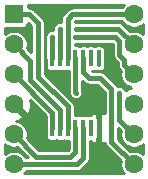
<source format=gbr>
G04 #@! TF.GenerationSoftware,KiCad,Pcbnew,(5.1.5)-3*
G04 #@! TF.CreationDate,2020-05-06T05:02:29-04:00*
G04 #@! TF.ProjectId,pi1541translator,70693135-3431-4747-9261-6e736c61746f,rev?*
G04 #@! TF.SameCoordinates,Original*
G04 #@! TF.FileFunction,Copper,L1,Top*
G04 #@! TF.FilePolarity,Positive*
%FSLAX46Y46*%
G04 Gerber Fmt 4.6, Leading zero omitted, Abs format (unit mm)*
G04 Created by KiCad (PCBNEW (5.1.5)-3) date 2020-05-06 05:02:29*
%MOMM*%
%LPD*%
G04 APERTURE LIST*
%ADD10R,0.450000X1.450000*%
%ADD11R,1.600000X1.600000*%
%ADD12C,1.600000*%
%ADD13C,0.350000*%
%ADD14C,0.450000*%
%ADD15C,0.234000*%
G04 APERTURE END LIST*
D10*
X147529000Y-52607000D03*
X148179000Y-52607000D03*
X148829000Y-52607000D03*
X149479000Y-52607000D03*
X150129000Y-52607000D03*
X150779000Y-52607000D03*
X151429000Y-52607000D03*
X151429000Y-46707000D03*
X150779000Y-46707000D03*
X150129000Y-46707000D03*
X149479000Y-46707000D03*
X148829000Y-46707000D03*
X148179000Y-46707000D03*
X147529000Y-46707000D03*
D11*
X144268501Y-42986001D03*
D12*
X144268501Y-45526001D03*
X144268501Y-48066001D03*
X144268501Y-50606001D03*
X144268501Y-53146001D03*
X144268501Y-55686001D03*
X154428501Y-55686001D03*
X154428501Y-53146001D03*
X154428501Y-50606001D03*
X154428501Y-48066001D03*
X154428501Y-45526001D03*
X154428501Y-42986001D03*
D13*
X151447500Y-47244000D03*
X151447500Y-52070000D03*
X145796000Y-42291000D03*
X153035000Y-42291000D03*
X153098500Y-56388000D03*
X145605500Y-56388000D03*
X145605500Y-44386500D03*
X152654000Y-47688500D03*
X155003500Y-54419500D03*
X143700500Y-54419500D03*
X155194000Y-44259500D03*
X153203500Y-49615500D03*
X149501000Y-49615500D03*
X149485513Y-44196000D03*
X148145500Y-44196000D03*
X149479000Y-44894500D03*
X147510500Y-44894500D03*
D14*
X147529000Y-51326500D02*
X147529000Y-52607000D01*
X144268501Y-48066001D02*
X147529000Y-51326500D01*
X144268501Y-45526001D02*
X145652376Y-46909876D01*
X145652376Y-46909876D02*
X145652376Y-48530624D01*
X148179000Y-51057248D02*
X148179000Y-52607000D01*
X145652376Y-48530624D02*
X148179000Y-51057248D01*
X145518501Y-42986001D02*
X146302386Y-43769886D01*
X144268501Y-42986001D02*
X145518501Y-42986001D01*
X146302386Y-43769886D02*
X146302386Y-48261382D01*
X148829000Y-50787996D02*
X148829000Y-52607000D01*
X146302386Y-48261382D02*
X148829000Y-50787996D01*
X144268501Y-53146001D02*
X146158491Y-55035991D01*
X146158491Y-55035991D02*
X149053009Y-55035991D01*
X149479000Y-54610000D02*
X149479000Y-52607000D01*
X149053009Y-55035991D02*
X149479000Y-54610000D01*
X144268501Y-55686001D02*
X149602501Y-55686001D01*
X150129000Y-55159502D02*
X150129000Y-52607000D01*
X149602501Y-55686001D02*
X150129000Y-55159502D01*
X150129000Y-47882000D02*
X150129000Y-46707000D01*
X154428501Y-55686001D02*
X152527000Y-53784500D01*
X152527000Y-49339500D02*
X151574500Y-48387000D01*
X152527000Y-53784500D02*
X152527000Y-49339500D01*
X151574500Y-48387000D02*
X150634000Y-48387000D01*
X150634000Y-48387000D02*
X150129000Y-47882000D01*
X153203500Y-51921000D02*
X153203500Y-49615500D01*
X154428501Y-53146001D02*
X153203500Y-51921000D01*
X153203500Y-49615500D02*
X153203500Y-49615500D01*
X149479000Y-49593500D02*
X149479000Y-46707000D01*
X149501000Y-49615500D02*
X149479000Y-49593500D01*
X148829000Y-43385500D02*
X148829000Y-46707000D01*
X149225000Y-42989500D02*
X148829000Y-43385500D01*
X153293632Y-42989500D02*
X149225000Y-42989500D01*
X154428501Y-42986001D02*
X153297131Y-42986001D01*
X153297131Y-42986001D02*
X153293632Y-42989500D01*
X148179000Y-44229500D02*
X148179000Y-46707000D01*
X148145500Y-44196000D02*
X148179000Y-44229500D01*
X153098500Y-44196000D02*
X149485513Y-44196000D01*
X154428501Y-45526001D02*
X153098500Y-44196000D01*
X153628502Y-47266002D02*
X153628502Y-46821502D01*
X154428501Y-48066001D02*
X153628502Y-47266002D01*
X153628502Y-46821502D02*
X153203500Y-46396500D01*
X153203500Y-45253500D02*
X152844500Y-44894500D01*
X153203500Y-46396500D02*
X153203500Y-45253500D01*
X152844500Y-44894500D02*
X149479000Y-44894500D01*
X149479000Y-44894500D02*
X149479000Y-44894500D01*
X147510500Y-46688500D02*
X147529000Y-46707000D01*
X147510500Y-44894500D02*
X147510500Y-46688500D01*
D15*
G36*
X153534461Y-42252281D02*
G01*
X153429076Y-42410001D01*
X153325417Y-42410001D01*
X153297130Y-42407215D01*
X153268843Y-42410001D01*
X153268833Y-42410001D01*
X153233306Y-42413500D01*
X149253298Y-42413500D01*
X149225000Y-42410713D01*
X149196702Y-42413500D01*
X149112084Y-42421834D01*
X149003508Y-42454771D01*
X148903443Y-42508256D01*
X148841979Y-42558699D01*
X148815736Y-42580236D01*
X148797698Y-42602215D01*
X148441719Y-42958195D01*
X148419736Y-42976236D01*
X148347756Y-43063944D01*
X148294271Y-43164009D01*
X148261334Y-43272585D01*
X148253000Y-43357203D01*
X148253000Y-43357210D01*
X148250214Y-43385500D01*
X148253000Y-43413790D01*
X148253000Y-43627801D01*
X148145500Y-43617214D01*
X148032585Y-43628334D01*
X147924008Y-43661272D01*
X147823944Y-43714756D01*
X147736236Y-43786736D01*
X147664256Y-43874444D01*
X147610772Y-43974508D01*
X147577834Y-44083085D01*
X147566714Y-44196000D01*
X147577834Y-44308915D01*
X147582034Y-44322758D01*
X147510500Y-44315713D01*
X147397584Y-44326834D01*
X147289008Y-44359771D01*
X147188943Y-44413256D01*
X147101236Y-44485236D01*
X147029256Y-44572944D01*
X146975771Y-44673009D01*
X146942834Y-44781585D01*
X146934500Y-44866203D01*
X146934501Y-46660200D01*
X146931714Y-46688500D01*
X146942834Y-46801415D01*
X146951302Y-46829329D01*
X146951302Y-47432000D01*
X146958079Y-47500808D01*
X146978150Y-47566972D01*
X147010742Y-47627949D01*
X147054605Y-47681395D01*
X147108051Y-47725258D01*
X147169028Y-47757850D01*
X147235192Y-47777921D01*
X147304000Y-47784698D01*
X147754000Y-47784698D01*
X147822808Y-47777921D01*
X147854000Y-47768459D01*
X147885192Y-47777921D01*
X147954000Y-47784698D01*
X148404000Y-47784698D01*
X148472808Y-47777921D01*
X148504000Y-47768459D01*
X148535192Y-47777921D01*
X148604000Y-47784698D01*
X148903001Y-47784698D01*
X148903000Y-49565210D01*
X148900214Y-49593500D01*
X148903000Y-49621790D01*
X148903000Y-49621797D01*
X148911334Y-49706415D01*
X148944271Y-49814991D01*
X148997756Y-49915056D01*
X149069736Y-50002764D01*
X149091720Y-50020806D01*
X149113717Y-50042803D01*
X149179444Y-50096744D01*
X149279509Y-50150229D01*
X149388085Y-50183166D01*
X149501000Y-50194286D01*
X149613915Y-50183166D01*
X149722492Y-50150229D01*
X149822557Y-50096744D01*
X149910264Y-50024764D01*
X149982244Y-49937057D01*
X150035729Y-49836992D01*
X150068666Y-49728415D01*
X150079786Y-49615500D01*
X150068666Y-49502585D01*
X150055000Y-49457535D01*
X150055000Y-48622587D01*
X150206696Y-48774283D01*
X150224736Y-48796264D01*
X150312443Y-48868244D01*
X150412508Y-48921729D01*
X150521084Y-48954666D01*
X150605702Y-48963000D01*
X150605710Y-48963000D01*
X150634000Y-48965786D01*
X150662290Y-48963000D01*
X151335914Y-48963000D01*
X151951001Y-49578088D01*
X151951001Y-51332001D01*
X151905265Y-51306431D01*
X151788149Y-51268471D01*
X151693250Y-51257000D01*
X151537000Y-51413250D01*
X151537000Y-52470000D01*
X151586000Y-52470000D01*
X151586000Y-52744000D01*
X151537000Y-52744000D01*
X151537000Y-53800750D01*
X151693250Y-53957000D01*
X151788149Y-53945529D01*
X151905265Y-53907569D01*
X151957460Y-53878388D01*
X151959334Y-53897415D01*
X151992271Y-54005991D01*
X152045756Y-54106056D01*
X152117736Y-54193764D01*
X152139720Y-54211806D01*
X153314507Y-55386594D01*
X153277501Y-55572637D01*
X153277501Y-55799365D01*
X153321733Y-56021735D01*
X153408498Y-56231204D01*
X153534461Y-56419721D01*
X153571240Y-56456500D01*
X145125762Y-56456500D01*
X145162541Y-56419721D01*
X145267926Y-56262001D01*
X149574211Y-56262001D01*
X149602501Y-56264787D01*
X149630791Y-56262001D01*
X149630799Y-56262001D01*
X149715417Y-56253667D01*
X149823993Y-56220730D01*
X149924058Y-56167245D01*
X150011765Y-56095265D01*
X150029807Y-56073281D01*
X150516286Y-55586803D01*
X150538264Y-55568766D01*
X150610244Y-55481059D01*
X150663729Y-55380994D01*
X150696666Y-55272418D01*
X150705000Y-55187800D01*
X150705000Y-55187793D01*
X150707786Y-55159503D01*
X150705000Y-55131213D01*
X150705000Y-53708576D01*
X150751601Y-53767602D01*
X150845275Y-53847491D01*
X150952735Y-53907569D01*
X151069851Y-53945529D01*
X151164750Y-53957000D01*
X151321000Y-53800750D01*
X151321000Y-53483530D01*
X151329850Y-53466972D01*
X151349921Y-53400808D01*
X151356698Y-53332000D01*
X151356698Y-51882000D01*
X151349921Y-51813192D01*
X151329850Y-51747028D01*
X151321000Y-51730470D01*
X151321000Y-51413250D01*
X151164750Y-51257000D01*
X151069851Y-51268471D01*
X150952735Y-51306431D01*
X150845275Y-51366509D01*
X150751601Y-51446398D01*
X150686148Y-51529302D01*
X150554000Y-51529302D01*
X150485192Y-51536079D01*
X150454000Y-51545541D01*
X150422808Y-51536079D01*
X150354000Y-51529302D01*
X149904000Y-51529302D01*
X149835192Y-51536079D01*
X149804000Y-51545541D01*
X149772808Y-51536079D01*
X149704000Y-51529302D01*
X149405000Y-51529302D01*
X149405000Y-50816286D01*
X149407786Y-50787996D01*
X149405000Y-50759706D01*
X149405000Y-50759698D01*
X149396666Y-50675080D01*
X149363729Y-50566504D01*
X149310244Y-50466439D01*
X149265775Y-50412254D01*
X149256303Y-50400712D01*
X149256301Y-50400710D01*
X149238264Y-50378732D01*
X149216287Y-50360696D01*
X146878386Y-48022796D01*
X146878386Y-43798176D01*
X146881172Y-43769886D01*
X146878386Y-43741596D01*
X146878386Y-43741588D01*
X146870052Y-43656970D01*
X146837115Y-43548394D01*
X146783630Y-43448329D01*
X146711650Y-43360622D01*
X146689673Y-43342586D01*
X145945807Y-42598721D01*
X145927765Y-42576737D01*
X145840058Y-42504757D01*
X145739993Y-42451272D01*
X145631417Y-42418335D01*
X145546799Y-42410001D01*
X145546791Y-42410001D01*
X145518501Y-42407215D01*
X145490211Y-42410001D01*
X145421199Y-42410001D01*
X145421199Y-42222500D01*
X153564242Y-42222500D01*
X153534461Y-42252281D01*
G37*
X153534461Y-42252281D02*
X153429076Y-42410001D01*
X153325417Y-42410001D01*
X153297130Y-42407215D01*
X153268843Y-42410001D01*
X153268833Y-42410001D01*
X153233306Y-42413500D01*
X149253298Y-42413500D01*
X149225000Y-42410713D01*
X149196702Y-42413500D01*
X149112084Y-42421834D01*
X149003508Y-42454771D01*
X148903443Y-42508256D01*
X148841979Y-42558699D01*
X148815736Y-42580236D01*
X148797698Y-42602215D01*
X148441719Y-42958195D01*
X148419736Y-42976236D01*
X148347756Y-43063944D01*
X148294271Y-43164009D01*
X148261334Y-43272585D01*
X148253000Y-43357203D01*
X148253000Y-43357210D01*
X148250214Y-43385500D01*
X148253000Y-43413790D01*
X148253000Y-43627801D01*
X148145500Y-43617214D01*
X148032585Y-43628334D01*
X147924008Y-43661272D01*
X147823944Y-43714756D01*
X147736236Y-43786736D01*
X147664256Y-43874444D01*
X147610772Y-43974508D01*
X147577834Y-44083085D01*
X147566714Y-44196000D01*
X147577834Y-44308915D01*
X147582034Y-44322758D01*
X147510500Y-44315713D01*
X147397584Y-44326834D01*
X147289008Y-44359771D01*
X147188943Y-44413256D01*
X147101236Y-44485236D01*
X147029256Y-44572944D01*
X146975771Y-44673009D01*
X146942834Y-44781585D01*
X146934500Y-44866203D01*
X146934501Y-46660200D01*
X146931714Y-46688500D01*
X146942834Y-46801415D01*
X146951302Y-46829329D01*
X146951302Y-47432000D01*
X146958079Y-47500808D01*
X146978150Y-47566972D01*
X147010742Y-47627949D01*
X147054605Y-47681395D01*
X147108051Y-47725258D01*
X147169028Y-47757850D01*
X147235192Y-47777921D01*
X147304000Y-47784698D01*
X147754000Y-47784698D01*
X147822808Y-47777921D01*
X147854000Y-47768459D01*
X147885192Y-47777921D01*
X147954000Y-47784698D01*
X148404000Y-47784698D01*
X148472808Y-47777921D01*
X148504000Y-47768459D01*
X148535192Y-47777921D01*
X148604000Y-47784698D01*
X148903001Y-47784698D01*
X148903000Y-49565210D01*
X148900214Y-49593500D01*
X148903000Y-49621790D01*
X148903000Y-49621797D01*
X148911334Y-49706415D01*
X148944271Y-49814991D01*
X148997756Y-49915056D01*
X149069736Y-50002764D01*
X149091720Y-50020806D01*
X149113717Y-50042803D01*
X149179444Y-50096744D01*
X149279509Y-50150229D01*
X149388085Y-50183166D01*
X149501000Y-50194286D01*
X149613915Y-50183166D01*
X149722492Y-50150229D01*
X149822557Y-50096744D01*
X149910264Y-50024764D01*
X149982244Y-49937057D01*
X150035729Y-49836992D01*
X150068666Y-49728415D01*
X150079786Y-49615500D01*
X150068666Y-49502585D01*
X150055000Y-49457535D01*
X150055000Y-48622587D01*
X150206696Y-48774283D01*
X150224736Y-48796264D01*
X150312443Y-48868244D01*
X150412508Y-48921729D01*
X150521084Y-48954666D01*
X150605702Y-48963000D01*
X150605710Y-48963000D01*
X150634000Y-48965786D01*
X150662290Y-48963000D01*
X151335914Y-48963000D01*
X151951001Y-49578088D01*
X151951001Y-51332001D01*
X151905265Y-51306431D01*
X151788149Y-51268471D01*
X151693250Y-51257000D01*
X151537000Y-51413250D01*
X151537000Y-52470000D01*
X151586000Y-52470000D01*
X151586000Y-52744000D01*
X151537000Y-52744000D01*
X151537000Y-53800750D01*
X151693250Y-53957000D01*
X151788149Y-53945529D01*
X151905265Y-53907569D01*
X151957460Y-53878388D01*
X151959334Y-53897415D01*
X151992271Y-54005991D01*
X152045756Y-54106056D01*
X152117736Y-54193764D01*
X152139720Y-54211806D01*
X153314507Y-55386594D01*
X153277501Y-55572637D01*
X153277501Y-55799365D01*
X153321733Y-56021735D01*
X153408498Y-56231204D01*
X153534461Y-56419721D01*
X153571240Y-56456500D01*
X145125762Y-56456500D01*
X145162541Y-56419721D01*
X145267926Y-56262001D01*
X149574211Y-56262001D01*
X149602501Y-56264787D01*
X149630791Y-56262001D01*
X149630799Y-56262001D01*
X149715417Y-56253667D01*
X149823993Y-56220730D01*
X149924058Y-56167245D01*
X150011765Y-56095265D01*
X150029807Y-56073281D01*
X150516286Y-55586803D01*
X150538264Y-55568766D01*
X150610244Y-55481059D01*
X150663729Y-55380994D01*
X150696666Y-55272418D01*
X150705000Y-55187800D01*
X150705000Y-55187793D01*
X150707786Y-55159503D01*
X150705000Y-55131213D01*
X150705000Y-53708576D01*
X150751601Y-53767602D01*
X150845275Y-53847491D01*
X150952735Y-53907569D01*
X151069851Y-53945529D01*
X151164750Y-53957000D01*
X151321000Y-53800750D01*
X151321000Y-53483530D01*
X151329850Y-53466972D01*
X151349921Y-53400808D01*
X151356698Y-53332000D01*
X151356698Y-51882000D01*
X151349921Y-51813192D01*
X151329850Y-51747028D01*
X151321000Y-51730470D01*
X151321000Y-51413250D01*
X151164750Y-51257000D01*
X151069851Y-51268471D01*
X150952735Y-51306431D01*
X150845275Y-51366509D01*
X150751601Y-51446398D01*
X150686148Y-51529302D01*
X150554000Y-51529302D01*
X150485192Y-51536079D01*
X150454000Y-51545541D01*
X150422808Y-51536079D01*
X150354000Y-51529302D01*
X149904000Y-51529302D01*
X149835192Y-51536079D01*
X149804000Y-51545541D01*
X149772808Y-51536079D01*
X149704000Y-51529302D01*
X149405000Y-51529302D01*
X149405000Y-50816286D01*
X149407786Y-50787996D01*
X149405000Y-50759706D01*
X149405000Y-50759698D01*
X149396666Y-50675080D01*
X149363729Y-50566504D01*
X149310244Y-50466439D01*
X149265775Y-50412254D01*
X149256303Y-50400712D01*
X149256301Y-50400710D01*
X149238264Y-50378732D01*
X149216287Y-50360696D01*
X146878386Y-48022796D01*
X146878386Y-43798176D01*
X146881172Y-43769886D01*
X146878386Y-43741596D01*
X146878386Y-43741588D01*
X146870052Y-43656970D01*
X146837115Y-43548394D01*
X146783630Y-43448329D01*
X146711650Y-43360622D01*
X146689673Y-43342586D01*
X145945807Y-42598721D01*
X145927765Y-42576737D01*
X145840058Y-42504757D01*
X145739993Y-42451272D01*
X145631417Y-42418335D01*
X145546799Y-42410001D01*
X145546791Y-42410001D01*
X145518501Y-42407215D01*
X145490211Y-42410001D01*
X145421199Y-42410001D01*
X145421199Y-42222500D01*
X153564242Y-42222500D01*
X153534461Y-42252281D01*
G36*
X143534781Y-54040041D02*
G01*
X143723298Y-54166004D01*
X143932767Y-54252769D01*
X144155137Y-54297001D01*
X144381865Y-54297001D01*
X144567908Y-54259995D01*
X145417914Y-55110001D01*
X145267926Y-55110001D01*
X145162541Y-54952281D01*
X145002221Y-54791961D01*
X144813704Y-54665998D01*
X144604235Y-54579233D01*
X144381865Y-54535001D01*
X144155137Y-54535001D01*
X143932767Y-54579233D01*
X143723298Y-54665998D01*
X143534781Y-54791961D01*
X143505000Y-54821742D01*
X143505000Y-54010260D01*
X143534781Y-54040041D01*
G37*
X143534781Y-54040041D02*
X143723298Y-54166004D01*
X143932767Y-54252769D01*
X144155137Y-54297001D01*
X144381865Y-54297001D01*
X144567908Y-54259995D01*
X145417914Y-55110001D01*
X145267926Y-55110001D01*
X145162541Y-54952281D01*
X145002221Y-54791961D01*
X144813704Y-54665998D01*
X144604235Y-54579233D01*
X144381865Y-54535001D01*
X144155137Y-54535001D01*
X143932767Y-54579233D01*
X143723298Y-54665998D01*
X143534781Y-54791961D01*
X143505000Y-54821742D01*
X143505000Y-54010260D01*
X143534781Y-54040041D01*
G36*
X153314507Y-52846594D02*
G01*
X153277501Y-53032637D01*
X153277501Y-53259365D01*
X153321733Y-53481735D01*
X153408498Y-53691204D01*
X153534461Y-53879721D01*
X153694781Y-54040041D01*
X153883298Y-54166004D01*
X154092767Y-54252769D01*
X154315137Y-54297001D01*
X154541865Y-54297001D01*
X154764235Y-54252769D01*
X154973704Y-54166004D01*
X155162221Y-54040041D01*
X155199001Y-54003261D01*
X155199001Y-54828741D01*
X155162221Y-54791961D01*
X154973704Y-54665998D01*
X154764235Y-54579233D01*
X154541865Y-54535001D01*
X154315137Y-54535001D01*
X154129094Y-54572007D01*
X153103000Y-53545914D01*
X153103000Y-52635086D01*
X153314507Y-52846594D01*
G37*
X153314507Y-52846594D02*
X153277501Y-53032637D01*
X153277501Y-53259365D01*
X153321733Y-53481735D01*
X153408498Y-53691204D01*
X153534461Y-53879721D01*
X153694781Y-54040041D01*
X153883298Y-54166004D01*
X154092767Y-54252769D01*
X154315137Y-54297001D01*
X154541865Y-54297001D01*
X154764235Y-54252769D01*
X154973704Y-54166004D01*
X155162221Y-54040041D01*
X155199001Y-54003261D01*
X155199001Y-54828741D01*
X155162221Y-54791961D01*
X154973704Y-54665998D01*
X154764235Y-54579233D01*
X154541865Y-54535001D01*
X154315137Y-54535001D01*
X154129094Y-54572007D01*
X153103000Y-53545914D01*
X153103000Y-52635086D01*
X153314507Y-52846594D01*
G36*
X146953000Y-51565087D02*
G01*
X146953000Y-51864756D01*
X146951302Y-51882000D01*
X146951302Y-53332000D01*
X146958079Y-53400808D01*
X146978150Y-53466972D01*
X147010742Y-53527949D01*
X147054605Y-53581395D01*
X147108051Y-53625258D01*
X147169028Y-53657850D01*
X147235192Y-53677921D01*
X147304000Y-53684698D01*
X147754000Y-53684698D01*
X147822808Y-53677921D01*
X147854000Y-53668459D01*
X147885192Y-53677921D01*
X147954000Y-53684698D01*
X148404000Y-53684698D01*
X148472808Y-53677921D01*
X148504000Y-53668459D01*
X148535192Y-53677921D01*
X148604000Y-53684698D01*
X148903000Y-53684698D01*
X148903000Y-54371413D01*
X148814423Y-54459991D01*
X146397078Y-54459991D01*
X145382495Y-53445408D01*
X145419501Y-53259365D01*
X145419501Y-53032637D01*
X145375269Y-52810267D01*
X145288504Y-52600798D01*
X145162541Y-52412281D01*
X145002221Y-52251961D01*
X144813704Y-52125998D01*
X144604235Y-52039233D01*
X144482030Y-52014925D01*
X144626784Y-51992347D01*
X144890363Y-51895811D01*
X144995451Y-51839640D01*
X145068428Y-51599675D01*
X144268501Y-50799748D01*
X144254359Y-50813891D01*
X144060612Y-50620144D01*
X144074754Y-50606001D01*
X144060612Y-50591859D01*
X144254359Y-50398112D01*
X144268501Y-50412254D01*
X144282644Y-50398112D01*
X144476391Y-50591859D01*
X144462248Y-50606001D01*
X145262175Y-51405928D01*
X145502140Y-51332951D01*
X145620257Y-51078312D01*
X145686427Y-50805522D01*
X145698106Y-50525065D01*
X145658398Y-50270485D01*
X146953000Y-51565087D01*
G37*
X146953000Y-51565087D02*
X146953000Y-51864756D01*
X146951302Y-51882000D01*
X146951302Y-53332000D01*
X146958079Y-53400808D01*
X146978150Y-53466972D01*
X147010742Y-53527949D01*
X147054605Y-53581395D01*
X147108051Y-53625258D01*
X147169028Y-53657850D01*
X147235192Y-53677921D01*
X147304000Y-53684698D01*
X147754000Y-53684698D01*
X147822808Y-53677921D01*
X147854000Y-53668459D01*
X147885192Y-53677921D01*
X147954000Y-53684698D01*
X148404000Y-53684698D01*
X148472808Y-53677921D01*
X148504000Y-53668459D01*
X148535192Y-53677921D01*
X148604000Y-53684698D01*
X148903000Y-53684698D01*
X148903000Y-54371413D01*
X148814423Y-54459991D01*
X146397078Y-54459991D01*
X145382495Y-53445408D01*
X145419501Y-53259365D01*
X145419501Y-53032637D01*
X145375269Y-52810267D01*
X145288504Y-52600798D01*
X145162541Y-52412281D01*
X145002221Y-52251961D01*
X144813704Y-52125998D01*
X144604235Y-52039233D01*
X144482030Y-52014925D01*
X144626784Y-51992347D01*
X144890363Y-51895811D01*
X144995451Y-51839640D01*
X145068428Y-51599675D01*
X144268501Y-50799748D01*
X144254359Y-50813891D01*
X144060612Y-50620144D01*
X144074754Y-50606001D01*
X144060612Y-50591859D01*
X144254359Y-50398112D01*
X144268501Y-50412254D01*
X144282644Y-50398112D01*
X144476391Y-50591859D01*
X144462248Y-50606001D01*
X145262175Y-51405928D01*
X145502140Y-51332951D01*
X145620257Y-51078312D01*
X145686427Y-50805522D01*
X145698106Y-50525065D01*
X145658398Y-50270485D01*
X146953000Y-51565087D01*
G36*
X154636391Y-50591859D02*
G01*
X154622248Y-50606001D01*
X154636391Y-50620144D01*
X154442644Y-50813891D01*
X154428501Y-50799748D01*
X154414359Y-50813891D01*
X154220612Y-50620144D01*
X154234754Y-50606001D01*
X154220612Y-50591859D01*
X154414359Y-50398112D01*
X154428501Y-50412254D01*
X154442644Y-50398112D01*
X154636391Y-50591859D01*
G37*
X154636391Y-50591859D02*
X154622248Y-50606001D01*
X154636391Y-50620144D01*
X154442644Y-50813891D01*
X154428501Y-50799748D01*
X154414359Y-50813891D01*
X154220612Y-50620144D01*
X154234754Y-50606001D01*
X154220612Y-50591859D01*
X154414359Y-50398112D01*
X154428501Y-50412254D01*
X154442644Y-50398112D01*
X154636391Y-50591859D01*
G36*
X149450702Y-45470500D02*
G01*
X152605914Y-45470500D01*
X152627501Y-45492087D01*
X152627500Y-46368210D01*
X152624714Y-46396500D01*
X152627500Y-46424790D01*
X152627500Y-46424797D01*
X152635834Y-46509415D01*
X152668771Y-46617991D01*
X152722256Y-46718056D01*
X152794236Y-46805764D01*
X152816219Y-46823806D01*
X153052502Y-47060089D01*
X153052502Y-47237712D01*
X153049716Y-47266002D01*
X153052502Y-47294292D01*
X153052502Y-47294299D01*
X153060836Y-47378917D01*
X153093773Y-47487493D01*
X153147258Y-47587558D01*
X153219238Y-47675266D01*
X153241222Y-47693308D01*
X153314507Y-47766593D01*
X153277501Y-47952637D01*
X153277501Y-48179365D01*
X153321733Y-48401735D01*
X153408498Y-48611204D01*
X153534461Y-48799721D01*
X153694781Y-48960041D01*
X153883298Y-49086004D01*
X154092767Y-49172769D01*
X154214972Y-49197077D01*
X154070218Y-49219655D01*
X153806639Y-49316191D01*
X153721080Y-49361924D01*
X153684744Y-49293943D01*
X153612764Y-49206236D01*
X153525057Y-49134256D01*
X153424992Y-49080771D01*
X153316416Y-49047834D01*
X153231798Y-49039500D01*
X153203500Y-49036713D01*
X153175203Y-49039500D01*
X153175202Y-49039500D01*
X153090584Y-49047834D01*
X153033480Y-49065157D01*
X153008244Y-49017943D01*
X152936264Y-48930236D01*
X152914285Y-48912198D01*
X152001806Y-47999720D01*
X151983764Y-47977736D01*
X151896057Y-47905756D01*
X151795992Y-47852271D01*
X151687416Y-47819334D01*
X151602798Y-47811000D01*
X151602790Y-47811000D01*
X151574500Y-47808214D01*
X151546210Y-47811000D01*
X150872587Y-47811000D01*
X150846285Y-47784698D01*
X151004000Y-47784698D01*
X151072808Y-47777921D01*
X151104000Y-47768459D01*
X151135192Y-47777921D01*
X151204000Y-47784698D01*
X151654000Y-47784698D01*
X151722808Y-47777921D01*
X151788972Y-47757850D01*
X151849949Y-47725258D01*
X151903395Y-47681395D01*
X151947258Y-47627949D01*
X151979850Y-47566972D01*
X151999921Y-47500808D01*
X152006698Y-47432000D01*
X152006698Y-45982000D01*
X151999921Y-45913192D01*
X151979850Y-45847028D01*
X151947258Y-45786051D01*
X151903395Y-45732605D01*
X151849949Y-45688742D01*
X151788972Y-45656150D01*
X151722808Y-45636079D01*
X151654000Y-45629302D01*
X151204000Y-45629302D01*
X151135192Y-45636079D01*
X151104000Y-45645541D01*
X151072808Y-45636079D01*
X151004000Y-45629302D01*
X150554000Y-45629302D01*
X150485192Y-45636079D01*
X150454000Y-45645541D01*
X150422808Y-45636079D01*
X150354000Y-45629302D01*
X149904000Y-45629302D01*
X149835192Y-45636079D01*
X149804000Y-45645541D01*
X149772808Y-45636079D01*
X149704000Y-45629302D01*
X149405000Y-45629302D01*
X149405000Y-45465999D01*
X149450702Y-45470500D01*
G37*
X149450702Y-45470500D02*
X152605914Y-45470500D01*
X152627501Y-45492087D01*
X152627500Y-46368210D01*
X152624714Y-46396500D01*
X152627500Y-46424790D01*
X152627500Y-46424797D01*
X152635834Y-46509415D01*
X152668771Y-46617991D01*
X152722256Y-46718056D01*
X152794236Y-46805764D01*
X152816219Y-46823806D01*
X153052502Y-47060089D01*
X153052502Y-47237712D01*
X153049716Y-47266002D01*
X153052502Y-47294292D01*
X153052502Y-47294299D01*
X153060836Y-47378917D01*
X153093773Y-47487493D01*
X153147258Y-47587558D01*
X153219238Y-47675266D01*
X153241222Y-47693308D01*
X153314507Y-47766593D01*
X153277501Y-47952637D01*
X153277501Y-48179365D01*
X153321733Y-48401735D01*
X153408498Y-48611204D01*
X153534461Y-48799721D01*
X153694781Y-48960041D01*
X153883298Y-49086004D01*
X154092767Y-49172769D01*
X154214972Y-49197077D01*
X154070218Y-49219655D01*
X153806639Y-49316191D01*
X153721080Y-49361924D01*
X153684744Y-49293943D01*
X153612764Y-49206236D01*
X153525057Y-49134256D01*
X153424992Y-49080771D01*
X153316416Y-49047834D01*
X153231798Y-49039500D01*
X153203500Y-49036713D01*
X153175203Y-49039500D01*
X153175202Y-49039500D01*
X153090584Y-49047834D01*
X153033480Y-49065157D01*
X153008244Y-49017943D01*
X152936264Y-48930236D01*
X152914285Y-48912198D01*
X152001806Y-47999720D01*
X151983764Y-47977736D01*
X151896057Y-47905756D01*
X151795992Y-47852271D01*
X151687416Y-47819334D01*
X151602798Y-47811000D01*
X151602790Y-47811000D01*
X151574500Y-47808214D01*
X151546210Y-47811000D01*
X150872587Y-47811000D01*
X150846285Y-47784698D01*
X151004000Y-47784698D01*
X151072808Y-47777921D01*
X151104000Y-47768459D01*
X151135192Y-47777921D01*
X151204000Y-47784698D01*
X151654000Y-47784698D01*
X151722808Y-47777921D01*
X151788972Y-47757850D01*
X151849949Y-47725258D01*
X151903395Y-47681395D01*
X151947258Y-47627949D01*
X151979850Y-47566972D01*
X151999921Y-47500808D01*
X152006698Y-47432000D01*
X152006698Y-45982000D01*
X151999921Y-45913192D01*
X151979850Y-45847028D01*
X151947258Y-45786051D01*
X151903395Y-45732605D01*
X151849949Y-45688742D01*
X151788972Y-45656150D01*
X151722808Y-45636079D01*
X151654000Y-45629302D01*
X151204000Y-45629302D01*
X151135192Y-45636079D01*
X151104000Y-45645541D01*
X151072808Y-45636079D01*
X151004000Y-45629302D01*
X150554000Y-45629302D01*
X150485192Y-45636079D01*
X150454000Y-45645541D01*
X150422808Y-45636079D01*
X150354000Y-45629302D01*
X149904000Y-45629302D01*
X149835192Y-45636079D01*
X149804000Y-45645541D01*
X149772808Y-45636079D01*
X149704000Y-45629302D01*
X149405000Y-45629302D01*
X149405000Y-45465999D01*
X149450702Y-45470500D01*
G36*
X145726386Y-44008473D02*
G01*
X145726387Y-46169300D01*
X145382495Y-45825408D01*
X145419501Y-45639365D01*
X145419501Y-45412637D01*
X145375269Y-45190267D01*
X145288504Y-44980798D01*
X145162541Y-44792281D01*
X145002221Y-44631961D01*
X144813704Y-44505998D01*
X144604235Y-44419233D01*
X144381865Y-44375001D01*
X144155137Y-44375001D01*
X143932767Y-44419233D01*
X143723298Y-44505998D01*
X143534781Y-44631961D01*
X143505000Y-44661742D01*
X143505000Y-44138699D01*
X145068501Y-44138699D01*
X145137309Y-44131922D01*
X145203473Y-44111851D01*
X145264450Y-44079259D01*
X145317896Y-44035396D01*
X145361759Y-43981950D01*
X145394351Y-43920973D01*
X145414422Y-43854809D01*
X145421199Y-43786001D01*
X145421199Y-43703285D01*
X145726386Y-44008473D01*
G37*
X145726386Y-44008473D02*
X145726387Y-46169300D01*
X145382495Y-45825408D01*
X145419501Y-45639365D01*
X145419501Y-45412637D01*
X145375269Y-45190267D01*
X145288504Y-44980798D01*
X145162541Y-44792281D01*
X145002221Y-44631961D01*
X144813704Y-44505998D01*
X144604235Y-44419233D01*
X144381865Y-44375001D01*
X144155137Y-44375001D01*
X143932767Y-44419233D01*
X143723298Y-44505998D01*
X143534781Y-44631961D01*
X143505000Y-44661742D01*
X143505000Y-44138699D01*
X145068501Y-44138699D01*
X145137309Y-44131922D01*
X145203473Y-44111851D01*
X145264450Y-44079259D01*
X145317896Y-44035396D01*
X145361759Y-43981950D01*
X145394351Y-43920973D01*
X145414422Y-43854809D01*
X145421199Y-43786001D01*
X145421199Y-43703285D01*
X145726386Y-44008473D01*
G36*
X153534461Y-43719721D02*
G01*
X153694781Y-43880041D01*
X153883298Y-44006004D01*
X154092767Y-44092769D01*
X154315137Y-44137001D01*
X154541865Y-44137001D01*
X154764235Y-44092769D01*
X154973704Y-44006004D01*
X155162221Y-43880041D01*
X155199000Y-43843262D01*
X155199000Y-44668740D01*
X155162221Y-44631961D01*
X154973704Y-44505998D01*
X154764235Y-44419233D01*
X154541865Y-44375001D01*
X154315137Y-44375001D01*
X154129094Y-44412007D01*
X153525806Y-43808720D01*
X153507764Y-43786736D01*
X153420057Y-43714756D01*
X153319992Y-43661271D01*
X153211416Y-43628334D01*
X153126798Y-43620000D01*
X153126790Y-43620000D01*
X153098500Y-43617214D01*
X153070210Y-43620000D01*
X149457215Y-43620000D01*
X149405000Y-43625143D01*
X149405000Y-43624086D01*
X149463587Y-43565500D01*
X153265342Y-43565500D01*
X153293632Y-43568286D01*
X153321922Y-43565500D01*
X153321930Y-43565500D01*
X153357457Y-43562001D01*
X153429076Y-43562001D01*
X153534461Y-43719721D01*
G37*
X153534461Y-43719721D02*
X153694781Y-43880041D01*
X153883298Y-44006004D01*
X154092767Y-44092769D01*
X154315137Y-44137001D01*
X154541865Y-44137001D01*
X154764235Y-44092769D01*
X154973704Y-44006004D01*
X155162221Y-43880041D01*
X155199000Y-43843262D01*
X155199000Y-44668740D01*
X155162221Y-44631961D01*
X154973704Y-44505998D01*
X154764235Y-44419233D01*
X154541865Y-44375001D01*
X154315137Y-44375001D01*
X154129094Y-44412007D01*
X153525806Y-43808720D01*
X153507764Y-43786736D01*
X153420057Y-43714756D01*
X153319992Y-43661271D01*
X153211416Y-43628334D01*
X153126798Y-43620000D01*
X153126790Y-43620000D01*
X153098500Y-43617214D01*
X153070210Y-43620000D01*
X149457215Y-43620000D01*
X149405000Y-43625143D01*
X149405000Y-43624086D01*
X149463587Y-43565500D01*
X153265342Y-43565500D01*
X153293632Y-43568286D01*
X153321922Y-43565500D01*
X153321930Y-43565500D01*
X153357457Y-43562001D01*
X153429076Y-43562001D01*
X153534461Y-43719721D01*
M02*

</source>
